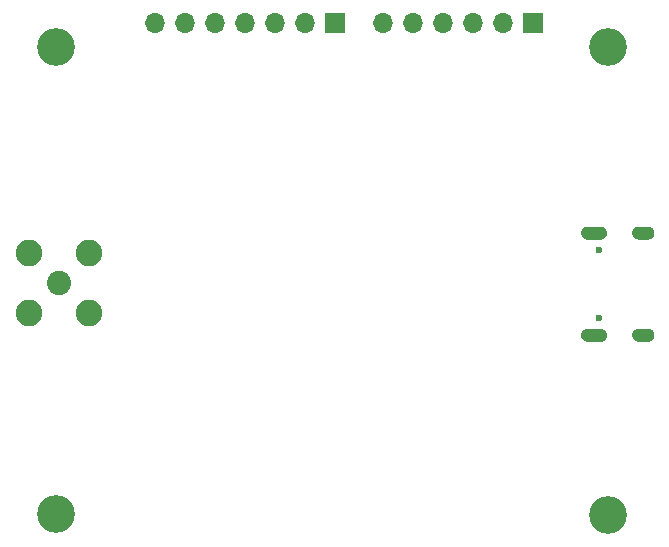
<source format=gbr>
%TF.GenerationSoftware,KiCad,Pcbnew,(6.0.6)*%
%TF.CreationDate,2024-06-26T22:32:41-07:00*%
%TF.ProjectId,rocketBeaconModule,726f636b-6574-4426-9561-636f6e4d6f64,rev?*%
%TF.SameCoordinates,Original*%
%TF.FileFunction,Soldermask,Bot*%
%TF.FilePolarity,Negative*%
%FSLAX46Y46*%
G04 Gerber Fmt 4.6, Leading zero omitted, Abs format (unit mm)*
G04 Created by KiCad (PCBNEW (6.0.6)) date 2024-06-26 22:32:41*
%MOMM*%
%LPD*%
G01*
G04 APERTURE LIST*
%ADD10C,0.010000*%
%ADD11C,2.050000*%
%ADD12C,2.250000*%
%ADD13C,3.200000*%
%ADD14R,1.700000X1.700000*%
%ADD15O,1.700000X1.700000*%
%ADD16C,0.600000*%
G04 APERTURE END LIST*
%TO.C,J1*%
G36*
X224890500Y-94984000D02*
G01*
X224916500Y-94986000D01*
X224942500Y-94989000D01*
X224968500Y-94994000D01*
X224993500Y-95000000D01*
X225019500Y-95007000D01*
X225043500Y-95016000D01*
X225067500Y-95026000D01*
X225091500Y-95037000D01*
X225114500Y-95050000D01*
X225158500Y-95078000D01*
X225179500Y-95094000D01*
X225199500Y-95111000D01*
X225218500Y-95129000D01*
X225236500Y-95148000D01*
X225253500Y-95168000D01*
X225269500Y-95189000D01*
X225297500Y-95233000D01*
X225310500Y-95256000D01*
X225321500Y-95280000D01*
X225331500Y-95304000D01*
X225340500Y-95328000D01*
X225347500Y-95354000D01*
X225353500Y-95379000D01*
X225358500Y-95405000D01*
X225361500Y-95431000D01*
X225363500Y-95457000D01*
X225364500Y-95483000D01*
X225363500Y-95509000D01*
X225361500Y-95535000D01*
X225358500Y-95561000D01*
X225353500Y-95587000D01*
X225347500Y-95612000D01*
X225340500Y-95638000D01*
X225331500Y-95662000D01*
X225321500Y-95686000D01*
X225310500Y-95710000D01*
X225297500Y-95733000D01*
X225269500Y-95777000D01*
X225253500Y-95798000D01*
X225236500Y-95818000D01*
X225218500Y-95837000D01*
X225199500Y-95855000D01*
X225179500Y-95872000D01*
X225158500Y-95888000D01*
X225114500Y-95916000D01*
X225091500Y-95929000D01*
X225067500Y-95940000D01*
X225043500Y-95950000D01*
X225019500Y-95959000D01*
X224993500Y-95966000D01*
X224968500Y-95972000D01*
X224942500Y-95977000D01*
X224916500Y-95980000D01*
X224890500Y-95982000D01*
X224864500Y-95983000D01*
X223764500Y-95983000D01*
X223738500Y-95982000D01*
X223712500Y-95980000D01*
X223686500Y-95977000D01*
X223660500Y-95972000D01*
X223635500Y-95966000D01*
X223609500Y-95959000D01*
X223585500Y-95950000D01*
X223561500Y-95940000D01*
X223537500Y-95929000D01*
X223514500Y-95916000D01*
X223470500Y-95888000D01*
X223449500Y-95872000D01*
X223429500Y-95855000D01*
X223410500Y-95837000D01*
X223392500Y-95818000D01*
X223375500Y-95798000D01*
X223359500Y-95777000D01*
X223331500Y-95733000D01*
X223318500Y-95710000D01*
X223307500Y-95686000D01*
X223297500Y-95662000D01*
X223288500Y-95638000D01*
X223281500Y-95612000D01*
X223275500Y-95587000D01*
X223270500Y-95561000D01*
X223267500Y-95535000D01*
X223265500Y-95509000D01*
X223264500Y-95483000D01*
X223265500Y-95457000D01*
X223267500Y-95431000D01*
X223270500Y-95405000D01*
X223275500Y-95379000D01*
X223281500Y-95354000D01*
X223288500Y-95328000D01*
X223297500Y-95304000D01*
X223307500Y-95280000D01*
X223318500Y-95256000D01*
X223331500Y-95233000D01*
X223359500Y-95189000D01*
X223375500Y-95168000D01*
X223392500Y-95148000D01*
X223410500Y-95129000D01*
X223429500Y-95111000D01*
X223449500Y-95094000D01*
X223470500Y-95078000D01*
X223514500Y-95050000D01*
X223537500Y-95037000D01*
X223561500Y-95026000D01*
X223585500Y-95016000D01*
X223609500Y-95007000D01*
X223635500Y-95000000D01*
X223660500Y-94994000D01*
X223686500Y-94989000D01*
X223712500Y-94986000D01*
X223738500Y-94984000D01*
X223764500Y-94983000D01*
X224864500Y-94983000D01*
X224890500Y-94984000D01*
G37*
D10*
X224890500Y-94984000D02*
X224916500Y-94986000D01*
X224942500Y-94989000D01*
X224968500Y-94994000D01*
X224993500Y-95000000D01*
X225019500Y-95007000D01*
X225043500Y-95016000D01*
X225067500Y-95026000D01*
X225091500Y-95037000D01*
X225114500Y-95050000D01*
X225158500Y-95078000D01*
X225179500Y-95094000D01*
X225199500Y-95111000D01*
X225218500Y-95129000D01*
X225236500Y-95148000D01*
X225253500Y-95168000D01*
X225269500Y-95189000D01*
X225297500Y-95233000D01*
X225310500Y-95256000D01*
X225321500Y-95280000D01*
X225331500Y-95304000D01*
X225340500Y-95328000D01*
X225347500Y-95354000D01*
X225353500Y-95379000D01*
X225358500Y-95405000D01*
X225361500Y-95431000D01*
X225363500Y-95457000D01*
X225364500Y-95483000D01*
X225363500Y-95509000D01*
X225361500Y-95535000D01*
X225358500Y-95561000D01*
X225353500Y-95587000D01*
X225347500Y-95612000D01*
X225340500Y-95638000D01*
X225331500Y-95662000D01*
X225321500Y-95686000D01*
X225310500Y-95710000D01*
X225297500Y-95733000D01*
X225269500Y-95777000D01*
X225253500Y-95798000D01*
X225236500Y-95818000D01*
X225218500Y-95837000D01*
X225199500Y-95855000D01*
X225179500Y-95872000D01*
X225158500Y-95888000D01*
X225114500Y-95916000D01*
X225091500Y-95929000D01*
X225067500Y-95940000D01*
X225043500Y-95950000D01*
X225019500Y-95959000D01*
X224993500Y-95966000D01*
X224968500Y-95972000D01*
X224942500Y-95977000D01*
X224916500Y-95980000D01*
X224890500Y-95982000D01*
X224864500Y-95983000D01*
X223764500Y-95983000D01*
X223738500Y-95982000D01*
X223712500Y-95980000D01*
X223686500Y-95977000D01*
X223660500Y-95972000D01*
X223635500Y-95966000D01*
X223609500Y-95959000D01*
X223585500Y-95950000D01*
X223561500Y-95940000D01*
X223537500Y-95929000D01*
X223514500Y-95916000D01*
X223470500Y-95888000D01*
X223449500Y-95872000D01*
X223429500Y-95855000D01*
X223410500Y-95837000D01*
X223392500Y-95818000D01*
X223375500Y-95798000D01*
X223359500Y-95777000D01*
X223331500Y-95733000D01*
X223318500Y-95710000D01*
X223307500Y-95686000D01*
X223297500Y-95662000D01*
X223288500Y-95638000D01*
X223281500Y-95612000D01*
X223275500Y-95587000D01*
X223270500Y-95561000D01*
X223267500Y-95535000D01*
X223265500Y-95509000D01*
X223264500Y-95483000D01*
X223265500Y-95457000D01*
X223267500Y-95431000D01*
X223270500Y-95405000D01*
X223275500Y-95379000D01*
X223281500Y-95354000D01*
X223288500Y-95328000D01*
X223297500Y-95304000D01*
X223307500Y-95280000D01*
X223318500Y-95256000D01*
X223331500Y-95233000D01*
X223359500Y-95189000D01*
X223375500Y-95168000D01*
X223392500Y-95148000D01*
X223410500Y-95129000D01*
X223429500Y-95111000D01*
X223449500Y-95094000D01*
X223470500Y-95078000D01*
X223514500Y-95050000D01*
X223537500Y-95037000D01*
X223561500Y-95026000D01*
X223585500Y-95016000D01*
X223609500Y-95007000D01*
X223635500Y-95000000D01*
X223660500Y-94994000D01*
X223686500Y-94989000D01*
X223712500Y-94986000D01*
X223738500Y-94984000D01*
X223764500Y-94983000D01*
X224864500Y-94983000D01*
X224890500Y-94984000D01*
G36*
X224890500Y-86334000D02*
G01*
X224916500Y-86336000D01*
X224942500Y-86339000D01*
X224968500Y-86344000D01*
X224993500Y-86350000D01*
X225019500Y-86357000D01*
X225043500Y-86366000D01*
X225067500Y-86376000D01*
X225091500Y-86387000D01*
X225114500Y-86400000D01*
X225158500Y-86428000D01*
X225179500Y-86444000D01*
X225199500Y-86461000D01*
X225218500Y-86479000D01*
X225236500Y-86498000D01*
X225253500Y-86518000D01*
X225269500Y-86539000D01*
X225297500Y-86583000D01*
X225310500Y-86606000D01*
X225321500Y-86630000D01*
X225331500Y-86654000D01*
X225340500Y-86678000D01*
X225347500Y-86704000D01*
X225353500Y-86729000D01*
X225358500Y-86755000D01*
X225361500Y-86781000D01*
X225363500Y-86807000D01*
X225364500Y-86833000D01*
X225363500Y-86863000D01*
X225360500Y-86890000D01*
X225356500Y-86916000D01*
X225351500Y-86942000D01*
X225337500Y-86992000D01*
X225327500Y-87017000D01*
X225317500Y-87041000D01*
X225305500Y-87065000D01*
X225292500Y-87088000D01*
X225278500Y-87110000D01*
X225262500Y-87132000D01*
X225246500Y-87153000D01*
X225210500Y-87191000D01*
X225190500Y-87209000D01*
X225170500Y-87226000D01*
X225149500Y-87242000D01*
X225127500Y-87256000D01*
X225104500Y-87270000D01*
X225080500Y-87282000D01*
X225056500Y-87293000D01*
X225032500Y-87303000D01*
X225007500Y-87311000D01*
X224981500Y-87318000D01*
X224955500Y-87324000D01*
X224929500Y-87328000D01*
X224903500Y-87331000D01*
X224877500Y-87333000D01*
X223754500Y-87333000D01*
X223724500Y-87332000D01*
X223699500Y-87329000D01*
X223673500Y-87326000D01*
X223623500Y-87314000D01*
X223598500Y-87306000D01*
X223574500Y-87297000D01*
X223550500Y-87287000D01*
X223527500Y-87275000D01*
X223504500Y-87262000D01*
X223482500Y-87248000D01*
X223461500Y-87233000D01*
X223441500Y-87217000D01*
X223421500Y-87200000D01*
X223403500Y-87182000D01*
X223385500Y-87163000D01*
X223369500Y-87143000D01*
X223353500Y-87122000D01*
X223339500Y-87100000D01*
X223326500Y-87078000D01*
X223314500Y-87055000D01*
X223303500Y-87031000D01*
X223294500Y-87007000D01*
X223286500Y-86983000D01*
X223279500Y-86958000D01*
X223273500Y-86932000D01*
X223269500Y-86907000D01*
X223266500Y-86881000D01*
X223264500Y-86855000D01*
X223264500Y-86833000D01*
X223265500Y-86807000D01*
X223267500Y-86781000D01*
X223270500Y-86755000D01*
X223275500Y-86729000D01*
X223281500Y-86704000D01*
X223288500Y-86678000D01*
X223297500Y-86654000D01*
X223307500Y-86630000D01*
X223318500Y-86606000D01*
X223331500Y-86583000D01*
X223359500Y-86539000D01*
X223375500Y-86518000D01*
X223392500Y-86498000D01*
X223410500Y-86479000D01*
X223429500Y-86461000D01*
X223449500Y-86444000D01*
X223470500Y-86428000D01*
X223514500Y-86400000D01*
X223537500Y-86387000D01*
X223561500Y-86376000D01*
X223585500Y-86366000D01*
X223609500Y-86357000D01*
X223635500Y-86350000D01*
X223660500Y-86344000D01*
X223686500Y-86339000D01*
X223712500Y-86336000D01*
X223738500Y-86334000D01*
X223764500Y-86333000D01*
X224864500Y-86333000D01*
X224890500Y-86334000D01*
G37*
X224890500Y-86334000D02*
X224916500Y-86336000D01*
X224942500Y-86339000D01*
X224968500Y-86344000D01*
X224993500Y-86350000D01*
X225019500Y-86357000D01*
X225043500Y-86366000D01*
X225067500Y-86376000D01*
X225091500Y-86387000D01*
X225114500Y-86400000D01*
X225158500Y-86428000D01*
X225179500Y-86444000D01*
X225199500Y-86461000D01*
X225218500Y-86479000D01*
X225236500Y-86498000D01*
X225253500Y-86518000D01*
X225269500Y-86539000D01*
X225297500Y-86583000D01*
X225310500Y-86606000D01*
X225321500Y-86630000D01*
X225331500Y-86654000D01*
X225340500Y-86678000D01*
X225347500Y-86704000D01*
X225353500Y-86729000D01*
X225358500Y-86755000D01*
X225361500Y-86781000D01*
X225363500Y-86807000D01*
X225364500Y-86833000D01*
X225363500Y-86863000D01*
X225360500Y-86890000D01*
X225356500Y-86916000D01*
X225351500Y-86942000D01*
X225337500Y-86992000D01*
X225327500Y-87017000D01*
X225317500Y-87041000D01*
X225305500Y-87065000D01*
X225292500Y-87088000D01*
X225278500Y-87110000D01*
X225262500Y-87132000D01*
X225246500Y-87153000D01*
X225210500Y-87191000D01*
X225190500Y-87209000D01*
X225170500Y-87226000D01*
X225149500Y-87242000D01*
X225127500Y-87256000D01*
X225104500Y-87270000D01*
X225080500Y-87282000D01*
X225056500Y-87293000D01*
X225032500Y-87303000D01*
X225007500Y-87311000D01*
X224981500Y-87318000D01*
X224955500Y-87324000D01*
X224929500Y-87328000D01*
X224903500Y-87331000D01*
X224877500Y-87333000D01*
X223754500Y-87333000D01*
X223724500Y-87332000D01*
X223699500Y-87329000D01*
X223673500Y-87326000D01*
X223623500Y-87314000D01*
X223598500Y-87306000D01*
X223574500Y-87297000D01*
X223550500Y-87287000D01*
X223527500Y-87275000D01*
X223504500Y-87262000D01*
X223482500Y-87248000D01*
X223461500Y-87233000D01*
X223441500Y-87217000D01*
X223421500Y-87200000D01*
X223403500Y-87182000D01*
X223385500Y-87163000D01*
X223369500Y-87143000D01*
X223353500Y-87122000D01*
X223339500Y-87100000D01*
X223326500Y-87078000D01*
X223314500Y-87055000D01*
X223303500Y-87031000D01*
X223294500Y-87007000D01*
X223286500Y-86983000D01*
X223279500Y-86958000D01*
X223273500Y-86932000D01*
X223269500Y-86907000D01*
X223266500Y-86881000D01*
X223264500Y-86855000D01*
X223264500Y-86833000D01*
X223265500Y-86807000D01*
X223267500Y-86781000D01*
X223270500Y-86755000D01*
X223275500Y-86729000D01*
X223281500Y-86704000D01*
X223288500Y-86678000D01*
X223297500Y-86654000D01*
X223307500Y-86630000D01*
X223318500Y-86606000D01*
X223331500Y-86583000D01*
X223359500Y-86539000D01*
X223375500Y-86518000D01*
X223392500Y-86498000D01*
X223410500Y-86479000D01*
X223429500Y-86461000D01*
X223449500Y-86444000D01*
X223470500Y-86428000D01*
X223514500Y-86400000D01*
X223537500Y-86387000D01*
X223561500Y-86376000D01*
X223585500Y-86366000D01*
X223609500Y-86357000D01*
X223635500Y-86350000D01*
X223660500Y-86344000D01*
X223686500Y-86339000D01*
X223712500Y-86336000D01*
X223738500Y-86334000D01*
X223764500Y-86333000D01*
X224864500Y-86333000D01*
X224890500Y-86334000D01*
G36*
X228910500Y-94984000D02*
G01*
X228936500Y-94986000D01*
X228962500Y-94989000D01*
X228988500Y-94994000D01*
X229013500Y-95000000D01*
X229039500Y-95007000D01*
X229063500Y-95016000D01*
X229087500Y-95026000D01*
X229111500Y-95037000D01*
X229134500Y-95050000D01*
X229178500Y-95078000D01*
X229199500Y-95094000D01*
X229219500Y-95111000D01*
X229238500Y-95129000D01*
X229256500Y-95148000D01*
X229273500Y-95168000D01*
X229289500Y-95189000D01*
X229317500Y-95233000D01*
X229330500Y-95256000D01*
X229341500Y-95280000D01*
X229351500Y-95304000D01*
X229360500Y-95328000D01*
X229367500Y-95354000D01*
X229373500Y-95379000D01*
X229378500Y-95405000D01*
X229381500Y-95431000D01*
X229383500Y-95457000D01*
X229384500Y-95483000D01*
X229383500Y-95509000D01*
X229381500Y-95535000D01*
X229378500Y-95561000D01*
X229373500Y-95587000D01*
X229367500Y-95612000D01*
X229360500Y-95638000D01*
X229351500Y-95662000D01*
X229341500Y-95686000D01*
X229330500Y-95710000D01*
X229317500Y-95733000D01*
X229289500Y-95777000D01*
X229273500Y-95798000D01*
X229256500Y-95818000D01*
X229238500Y-95837000D01*
X229219500Y-95855000D01*
X229199500Y-95872000D01*
X229178500Y-95888000D01*
X229134500Y-95916000D01*
X229111500Y-95929000D01*
X229087500Y-95940000D01*
X229063500Y-95950000D01*
X229039500Y-95959000D01*
X229013500Y-95966000D01*
X228988500Y-95972000D01*
X228962500Y-95977000D01*
X228936500Y-95980000D01*
X228910500Y-95982000D01*
X228884500Y-95983000D01*
X228084500Y-95983000D01*
X228058500Y-95982000D01*
X228032500Y-95980000D01*
X228006500Y-95977000D01*
X227980500Y-95972000D01*
X227955500Y-95966000D01*
X227929500Y-95959000D01*
X227905500Y-95950000D01*
X227881500Y-95940000D01*
X227857500Y-95929000D01*
X227834500Y-95916000D01*
X227790500Y-95888000D01*
X227769500Y-95872000D01*
X227749500Y-95855000D01*
X227730500Y-95837000D01*
X227712500Y-95818000D01*
X227695500Y-95798000D01*
X227679500Y-95777000D01*
X227651500Y-95733000D01*
X227638500Y-95710000D01*
X227627500Y-95686000D01*
X227617500Y-95662000D01*
X227608500Y-95638000D01*
X227601500Y-95612000D01*
X227595500Y-95587000D01*
X227590500Y-95561000D01*
X227587500Y-95535000D01*
X227585500Y-95509000D01*
X227584500Y-95483000D01*
X227585500Y-95457000D01*
X227587500Y-95431000D01*
X227590500Y-95405000D01*
X227595500Y-95379000D01*
X227601500Y-95354000D01*
X227608500Y-95328000D01*
X227617500Y-95304000D01*
X227627500Y-95280000D01*
X227638500Y-95256000D01*
X227651500Y-95233000D01*
X227679500Y-95189000D01*
X227695500Y-95168000D01*
X227712500Y-95148000D01*
X227730500Y-95129000D01*
X227749500Y-95111000D01*
X227769500Y-95094000D01*
X227790500Y-95078000D01*
X227834500Y-95050000D01*
X227857500Y-95037000D01*
X227881500Y-95026000D01*
X227905500Y-95016000D01*
X227929500Y-95007000D01*
X227955500Y-95000000D01*
X227980500Y-94994000D01*
X228006500Y-94989000D01*
X228032500Y-94986000D01*
X228058500Y-94984000D01*
X228084500Y-94983000D01*
X228884500Y-94983000D01*
X228910500Y-94984000D01*
G37*
X228910500Y-94984000D02*
X228936500Y-94986000D01*
X228962500Y-94989000D01*
X228988500Y-94994000D01*
X229013500Y-95000000D01*
X229039500Y-95007000D01*
X229063500Y-95016000D01*
X229087500Y-95026000D01*
X229111500Y-95037000D01*
X229134500Y-95050000D01*
X229178500Y-95078000D01*
X229199500Y-95094000D01*
X229219500Y-95111000D01*
X229238500Y-95129000D01*
X229256500Y-95148000D01*
X229273500Y-95168000D01*
X229289500Y-95189000D01*
X229317500Y-95233000D01*
X229330500Y-95256000D01*
X229341500Y-95280000D01*
X229351500Y-95304000D01*
X229360500Y-95328000D01*
X229367500Y-95354000D01*
X229373500Y-95379000D01*
X229378500Y-95405000D01*
X229381500Y-95431000D01*
X229383500Y-95457000D01*
X229384500Y-95483000D01*
X229383500Y-95509000D01*
X229381500Y-95535000D01*
X229378500Y-95561000D01*
X229373500Y-95587000D01*
X229367500Y-95612000D01*
X229360500Y-95638000D01*
X229351500Y-95662000D01*
X229341500Y-95686000D01*
X229330500Y-95710000D01*
X229317500Y-95733000D01*
X229289500Y-95777000D01*
X229273500Y-95798000D01*
X229256500Y-95818000D01*
X229238500Y-95837000D01*
X229219500Y-95855000D01*
X229199500Y-95872000D01*
X229178500Y-95888000D01*
X229134500Y-95916000D01*
X229111500Y-95929000D01*
X229087500Y-95940000D01*
X229063500Y-95950000D01*
X229039500Y-95959000D01*
X229013500Y-95966000D01*
X228988500Y-95972000D01*
X228962500Y-95977000D01*
X228936500Y-95980000D01*
X228910500Y-95982000D01*
X228884500Y-95983000D01*
X228084500Y-95983000D01*
X228058500Y-95982000D01*
X228032500Y-95980000D01*
X228006500Y-95977000D01*
X227980500Y-95972000D01*
X227955500Y-95966000D01*
X227929500Y-95959000D01*
X227905500Y-95950000D01*
X227881500Y-95940000D01*
X227857500Y-95929000D01*
X227834500Y-95916000D01*
X227790500Y-95888000D01*
X227769500Y-95872000D01*
X227749500Y-95855000D01*
X227730500Y-95837000D01*
X227712500Y-95818000D01*
X227695500Y-95798000D01*
X227679500Y-95777000D01*
X227651500Y-95733000D01*
X227638500Y-95710000D01*
X227627500Y-95686000D01*
X227617500Y-95662000D01*
X227608500Y-95638000D01*
X227601500Y-95612000D01*
X227595500Y-95587000D01*
X227590500Y-95561000D01*
X227587500Y-95535000D01*
X227585500Y-95509000D01*
X227584500Y-95483000D01*
X227585500Y-95457000D01*
X227587500Y-95431000D01*
X227590500Y-95405000D01*
X227595500Y-95379000D01*
X227601500Y-95354000D01*
X227608500Y-95328000D01*
X227617500Y-95304000D01*
X227627500Y-95280000D01*
X227638500Y-95256000D01*
X227651500Y-95233000D01*
X227679500Y-95189000D01*
X227695500Y-95168000D01*
X227712500Y-95148000D01*
X227730500Y-95129000D01*
X227749500Y-95111000D01*
X227769500Y-95094000D01*
X227790500Y-95078000D01*
X227834500Y-95050000D01*
X227857500Y-95037000D01*
X227881500Y-95026000D01*
X227905500Y-95016000D01*
X227929500Y-95007000D01*
X227955500Y-95000000D01*
X227980500Y-94994000D01*
X228006500Y-94989000D01*
X228032500Y-94986000D01*
X228058500Y-94984000D01*
X228084500Y-94983000D01*
X228884500Y-94983000D01*
X228910500Y-94984000D01*
G36*
X228910500Y-86334000D02*
G01*
X228936500Y-86336000D01*
X228962500Y-86339000D01*
X228988500Y-86344000D01*
X229013500Y-86350000D01*
X229039500Y-86357000D01*
X229063500Y-86366000D01*
X229087500Y-86376000D01*
X229111500Y-86387000D01*
X229134500Y-86400000D01*
X229178500Y-86428000D01*
X229199500Y-86444000D01*
X229219500Y-86461000D01*
X229238500Y-86479000D01*
X229256500Y-86498000D01*
X229273500Y-86518000D01*
X229289500Y-86539000D01*
X229317500Y-86583000D01*
X229330500Y-86606000D01*
X229341500Y-86630000D01*
X229351500Y-86654000D01*
X229360500Y-86678000D01*
X229367500Y-86704000D01*
X229373500Y-86729000D01*
X229378500Y-86755000D01*
X229381500Y-86781000D01*
X229383500Y-86807000D01*
X229384500Y-86833000D01*
X229383500Y-86859000D01*
X229381500Y-86885000D01*
X229378500Y-86911000D01*
X229373500Y-86937000D01*
X229367500Y-86962000D01*
X229360500Y-86988000D01*
X229351500Y-87012000D01*
X229341500Y-87036000D01*
X229330500Y-87060000D01*
X229317500Y-87083000D01*
X229289500Y-87127000D01*
X229273500Y-87148000D01*
X229256500Y-87168000D01*
X229238500Y-87187000D01*
X229219500Y-87205000D01*
X229199500Y-87222000D01*
X229178500Y-87238000D01*
X229134500Y-87266000D01*
X229111500Y-87279000D01*
X229087500Y-87290000D01*
X229063500Y-87300000D01*
X229039500Y-87309000D01*
X229013500Y-87316000D01*
X228988500Y-87322000D01*
X228962500Y-87327000D01*
X228936500Y-87330000D01*
X228910500Y-87332000D01*
X228884500Y-87333000D01*
X228084500Y-87333000D01*
X228058500Y-87332000D01*
X228032500Y-87330000D01*
X228006500Y-87327000D01*
X227980500Y-87322000D01*
X227955500Y-87316000D01*
X227929500Y-87309000D01*
X227905500Y-87300000D01*
X227881500Y-87290000D01*
X227857500Y-87279000D01*
X227834500Y-87266000D01*
X227790500Y-87238000D01*
X227769500Y-87222000D01*
X227749500Y-87205000D01*
X227730500Y-87187000D01*
X227712500Y-87168000D01*
X227695500Y-87148000D01*
X227679500Y-87127000D01*
X227651500Y-87083000D01*
X227638500Y-87060000D01*
X227627500Y-87036000D01*
X227617500Y-87012000D01*
X227608500Y-86988000D01*
X227601500Y-86962000D01*
X227595500Y-86937000D01*
X227590500Y-86911000D01*
X227587500Y-86885000D01*
X227585500Y-86859000D01*
X227584500Y-86833000D01*
X227585500Y-86807000D01*
X227587500Y-86781000D01*
X227590500Y-86755000D01*
X227595500Y-86729000D01*
X227601500Y-86704000D01*
X227608500Y-86678000D01*
X227617500Y-86654000D01*
X227627500Y-86630000D01*
X227638500Y-86606000D01*
X227651500Y-86583000D01*
X227679500Y-86539000D01*
X227695500Y-86518000D01*
X227712500Y-86498000D01*
X227730500Y-86479000D01*
X227749500Y-86461000D01*
X227769500Y-86444000D01*
X227790500Y-86428000D01*
X227834500Y-86400000D01*
X227857500Y-86387000D01*
X227881500Y-86376000D01*
X227905500Y-86366000D01*
X227929500Y-86357000D01*
X227955500Y-86350000D01*
X227980500Y-86344000D01*
X228006500Y-86339000D01*
X228032500Y-86336000D01*
X228058500Y-86334000D01*
X228084500Y-86333000D01*
X228884500Y-86333000D01*
X228910500Y-86334000D01*
G37*
X228910500Y-86334000D02*
X228936500Y-86336000D01*
X228962500Y-86339000D01*
X228988500Y-86344000D01*
X229013500Y-86350000D01*
X229039500Y-86357000D01*
X229063500Y-86366000D01*
X229087500Y-86376000D01*
X229111500Y-86387000D01*
X229134500Y-86400000D01*
X229178500Y-86428000D01*
X229199500Y-86444000D01*
X229219500Y-86461000D01*
X229238500Y-86479000D01*
X229256500Y-86498000D01*
X229273500Y-86518000D01*
X229289500Y-86539000D01*
X229317500Y-86583000D01*
X229330500Y-86606000D01*
X229341500Y-86630000D01*
X229351500Y-86654000D01*
X229360500Y-86678000D01*
X229367500Y-86704000D01*
X229373500Y-86729000D01*
X229378500Y-86755000D01*
X229381500Y-86781000D01*
X229383500Y-86807000D01*
X229384500Y-86833000D01*
X229383500Y-86859000D01*
X229381500Y-86885000D01*
X229378500Y-86911000D01*
X229373500Y-86937000D01*
X229367500Y-86962000D01*
X229360500Y-86988000D01*
X229351500Y-87012000D01*
X229341500Y-87036000D01*
X229330500Y-87060000D01*
X229317500Y-87083000D01*
X229289500Y-87127000D01*
X229273500Y-87148000D01*
X229256500Y-87168000D01*
X229238500Y-87187000D01*
X229219500Y-87205000D01*
X229199500Y-87222000D01*
X229178500Y-87238000D01*
X229134500Y-87266000D01*
X229111500Y-87279000D01*
X229087500Y-87290000D01*
X229063500Y-87300000D01*
X229039500Y-87309000D01*
X229013500Y-87316000D01*
X228988500Y-87322000D01*
X228962500Y-87327000D01*
X228936500Y-87330000D01*
X228910500Y-87332000D01*
X228884500Y-87333000D01*
X228084500Y-87333000D01*
X228058500Y-87332000D01*
X228032500Y-87330000D01*
X228006500Y-87327000D01*
X227980500Y-87322000D01*
X227955500Y-87316000D01*
X227929500Y-87309000D01*
X227905500Y-87300000D01*
X227881500Y-87290000D01*
X227857500Y-87279000D01*
X227834500Y-87266000D01*
X227790500Y-87238000D01*
X227769500Y-87222000D01*
X227749500Y-87205000D01*
X227730500Y-87187000D01*
X227712500Y-87168000D01*
X227695500Y-87148000D01*
X227679500Y-87127000D01*
X227651500Y-87083000D01*
X227638500Y-87060000D01*
X227627500Y-87036000D01*
X227617500Y-87012000D01*
X227608500Y-86988000D01*
X227601500Y-86962000D01*
X227595500Y-86937000D01*
X227590500Y-86911000D01*
X227587500Y-86885000D01*
X227585500Y-86859000D01*
X227584500Y-86833000D01*
X227585500Y-86807000D01*
X227587500Y-86781000D01*
X227590500Y-86755000D01*
X227595500Y-86729000D01*
X227601500Y-86704000D01*
X227608500Y-86678000D01*
X227617500Y-86654000D01*
X227627500Y-86630000D01*
X227638500Y-86606000D01*
X227651500Y-86583000D01*
X227679500Y-86539000D01*
X227695500Y-86518000D01*
X227712500Y-86498000D01*
X227730500Y-86479000D01*
X227749500Y-86461000D01*
X227769500Y-86444000D01*
X227790500Y-86428000D01*
X227834500Y-86400000D01*
X227857500Y-86387000D01*
X227881500Y-86376000D01*
X227905500Y-86366000D01*
X227929500Y-86357000D01*
X227955500Y-86350000D01*
X227980500Y-86344000D01*
X228006500Y-86339000D01*
X228032500Y-86336000D01*
X228058500Y-86334000D01*
X228084500Y-86333000D01*
X228884500Y-86333000D01*
X228910500Y-86334000D01*
%TD*%
D11*
%TO.C,P1*%
X179072000Y-91059000D03*
D12*
X176532000Y-93599000D03*
X176532000Y-88519000D03*
X181612000Y-88519000D03*
X181612000Y-93599000D03*
%TD*%
D13*
%TO.C,H4*%
X178816000Y-110617000D03*
%TD*%
%TO.C,H1*%
X225552000Y-110744000D03*
%TD*%
D14*
%TO.C,EX1*%
X202443000Y-69088000D03*
D15*
X199903000Y-69088000D03*
X197363000Y-69088000D03*
X194823000Y-69088000D03*
X192283000Y-69088000D03*
X189743000Y-69088000D03*
X187203000Y-69088000D03*
%TD*%
D14*
%TO.C,SWD1*%
X219202000Y-69088000D03*
D15*
X216662000Y-69088000D03*
X214122000Y-69088000D03*
X211582000Y-69088000D03*
X209042000Y-69088000D03*
X206502000Y-69088000D03*
%TD*%
D13*
%TO.C,H2*%
X178816000Y-71120000D03*
%TD*%
%TO.C,H3*%
X225552000Y-71120000D03*
%TD*%
D16*
%TO.C,J1*%
X224804500Y-94048000D03*
X224804500Y-88268000D03*
%TD*%
M02*

</source>
